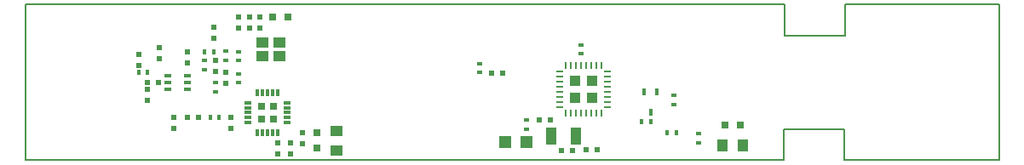
<source format=gbr>
G04 #@! TF.FileFunction,Paste,Top*
%FSLAX46Y46*%
G04 Gerber Fmt 4.6, Leading zero omitted, Abs format (unit mm)*
G04 Created by KiCad (PCBNEW 4.0.2+dfsg1-stable) date ven 28 dic 2018 11:34:51 CET*
%MOMM*%
G01*
G04 APERTURE LIST*
%ADD10C,0.100000*%
%ADD11C,0.200000*%
%ADD12R,0.600000X0.500000*%
%ADD13R,0.500000X0.600000*%
%ADD14R,0.800000X0.750000*%
%ADD15R,1.250000X1.000000*%
%ADD16R,1.000000X1.250000*%
%ADD17R,1.198880X1.198880*%
%ADD18R,0.600000X0.400000*%
%ADD19R,0.457200X0.711200*%
%ADD20R,1.150000X1.000000*%
%ADD21R,1.000000X1.800000*%
%ADD22R,0.400000X0.600000*%
%ADD23R,0.650000X0.400000*%
%ADD24R,0.750000X0.800000*%
%ADD25R,0.730000X0.300000*%
%ADD26R,0.300000X0.730000*%
%ADD27R,0.750000X0.750000*%
%ADD28R,0.700000X0.250000*%
%ADD29R,0.250000X0.700000*%
%ADD30R,1.035000X1.035000*%
G04 APERTURE END LIST*
D10*
D11*
X173690280Y-115443000D02*
X98295460Y-115443000D01*
X195072000Y-115443000D02*
X179682660Y-115443000D01*
X179682660Y-112410240D02*
X179682660Y-115443000D01*
X173692820Y-112410240D02*
X179682660Y-112410240D01*
X173692820Y-112410240D02*
X173692820Y-115437920D01*
X173776640Y-99949000D02*
X98298000Y-99949000D01*
X195072000Y-99949000D02*
X179778660Y-99949000D01*
X179778660Y-99949000D02*
X179778660Y-103047800D01*
X173776640Y-103047800D02*
X179778660Y-103047800D01*
X173776640Y-99949000D02*
X173776640Y-103047800D01*
X98298000Y-115443000D02*
X98298000Y-99949000D01*
X195072000Y-99949000D02*
X195072000Y-115443000D01*
D12*
X110454580Y-107731560D03*
X111554580Y-107731560D03*
D13*
X113062500Y-111225240D03*
X113062500Y-112325240D03*
X124659640Y-113734360D03*
X124659640Y-114834360D03*
D14*
X124350440Y-101203760D03*
X122850440Y-101203760D03*
D13*
X123338640Y-113734360D03*
X123338640Y-114834360D03*
X118708400Y-111225240D03*
X118708400Y-112325240D03*
X119475680Y-102330340D03*
X119475680Y-101230340D03*
X120567680Y-102330340D03*
X120567680Y-101230340D03*
X118210560Y-106665940D03*
X118210560Y-107765940D03*
X117042160Y-103344980D03*
X117042160Y-102244980D03*
X117192020Y-105530560D03*
X117192020Y-106630560D03*
X121558680Y-102330340D03*
X121558680Y-101230340D03*
D15*
X129214880Y-112507520D03*
X129214880Y-114507520D03*
D13*
X125821440Y-112721300D03*
X125821440Y-113821300D03*
D12*
X114403100Y-111221520D03*
X115503100Y-111221520D03*
D13*
X111582200Y-105347860D03*
X111582200Y-104247860D03*
X114406680Y-104640200D03*
X114406680Y-105740200D03*
D16*
X167578000Y-113995000D03*
X169578000Y-113995000D03*
D13*
X110453400Y-108413460D03*
X110453400Y-109513460D03*
D12*
X155106220Y-114452600D03*
X154006220Y-114452600D03*
D13*
X109537500Y-106050080D03*
X109537500Y-104950080D03*
D12*
X152667220Y-114477600D03*
X151567220Y-114477600D03*
X149384000Y-111455000D03*
X150484000Y-111455000D03*
X144615260Y-106804860D03*
X145715260Y-106804860D03*
D17*
X148113020Y-113614000D03*
X146014980Y-113614000D03*
D18*
X116102360Y-105524300D03*
X116102360Y-106424300D03*
D19*
X161081720Y-108630720D03*
X159760920Y-108630720D03*
X160421320Y-110662720D03*
D20*
X121819900Y-105118360D03*
X123569900Y-105118360D03*
X123569900Y-103718360D03*
X121819900Y-103718360D03*
D21*
X153013000Y-113055000D03*
X150513000Y-113055000D03*
D18*
X117192020Y-107754420D03*
X117192020Y-108654420D03*
X162711000Y-109006000D03*
X162711000Y-109906000D03*
D22*
X162057000Y-112700000D03*
X162957000Y-112700000D03*
D18*
X165200000Y-113727000D03*
X165200000Y-112827000D03*
X143429260Y-105820860D03*
X143429260Y-106720860D03*
X148131000Y-111462000D03*
X148131000Y-112362000D03*
X119493260Y-104642500D03*
X119493260Y-105542500D03*
X153516000Y-104877000D03*
X153516000Y-103977000D03*
D22*
X160442060Y-111653320D03*
X159542060Y-111653320D03*
X116648460Y-111224060D03*
X117548460Y-111224060D03*
D23*
X114378780Y-108371400D03*
X114378780Y-107071400D03*
X112478780Y-107721400D03*
X114378780Y-107721400D03*
X112478780Y-107071400D03*
X112478780Y-108371400D03*
D22*
X116127760Y-104640380D03*
X117027760Y-104640380D03*
D18*
X118208020Y-104632760D03*
X118208020Y-105532760D03*
X119488180Y-107765000D03*
X119488180Y-106865000D03*
D22*
X109544700Y-106705400D03*
X110444700Y-106705400D03*
D14*
X167828000Y-111963000D03*
X169328000Y-111963000D03*
D24*
X127251460Y-112749900D03*
X127251460Y-114249900D03*
D25*
X120381880Y-109721300D03*
X120381880Y-110221300D03*
X120381880Y-110721300D03*
X120381880Y-111221300D03*
X120381880Y-111721300D03*
D26*
X121346880Y-112686300D03*
X121846880Y-112686300D03*
X122346880Y-112686300D03*
X122846880Y-112686300D03*
X123346880Y-112686300D03*
D25*
X124311880Y-111721300D03*
X124311880Y-111221300D03*
X124311880Y-110721300D03*
X124311880Y-110221300D03*
X124311880Y-109721300D03*
D26*
X123346880Y-108756300D03*
X122846880Y-108756300D03*
X122346880Y-108756300D03*
X121846880Y-108756300D03*
X121346880Y-108756300D03*
D27*
X122971880Y-111346300D03*
X122971880Y-110096300D03*
X121721880Y-111346300D03*
X121721880Y-110096300D03*
D28*
X156170000Y-110157000D03*
X156170000Y-109657000D03*
X156170000Y-109157000D03*
X156170000Y-108657000D03*
X156170000Y-108157000D03*
X156170000Y-107657000D03*
X156170000Y-107157000D03*
X156170000Y-106657000D03*
D29*
X155520000Y-106007000D03*
X155020000Y-106007000D03*
X154520000Y-106007000D03*
X154020000Y-106007000D03*
X153520000Y-106007000D03*
X153020000Y-106007000D03*
X152520000Y-106007000D03*
X152020000Y-106007000D03*
D28*
X151370000Y-106657000D03*
X151370000Y-107157000D03*
X151370000Y-107657000D03*
X151370000Y-108157000D03*
X151370000Y-108657000D03*
X151370000Y-109157000D03*
X151370000Y-109657000D03*
X151370000Y-110157000D03*
D29*
X152020000Y-110807000D03*
X152520000Y-110807000D03*
X153020000Y-110807000D03*
X153520000Y-110807000D03*
X154020000Y-110807000D03*
X154520000Y-110807000D03*
X155020000Y-110807000D03*
X155520000Y-110807000D03*
D30*
X152907500Y-107544500D03*
X152907500Y-109269500D03*
X154632500Y-107544500D03*
X154632500Y-109269500D03*
M02*

</source>
